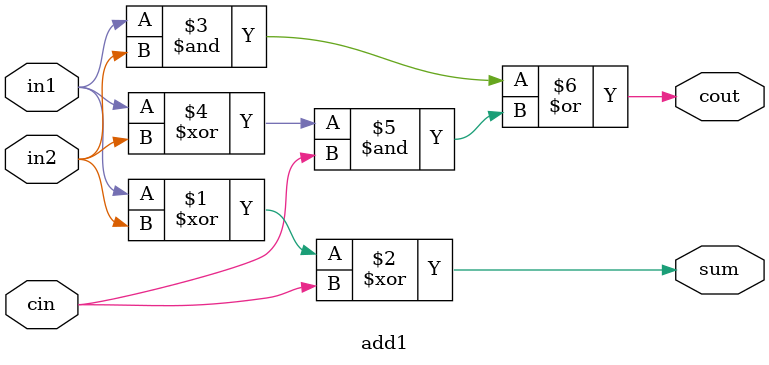
<source format=v>
module add1(in1, in2, cin, sum, cout);
  input in1,in2, cin;
  output sum, cout;
  
  assign sum = ((in1^in2)^cin);
  assign cout = (in1&in2)|((in1^in2)&cin);
endmodule









</source>
